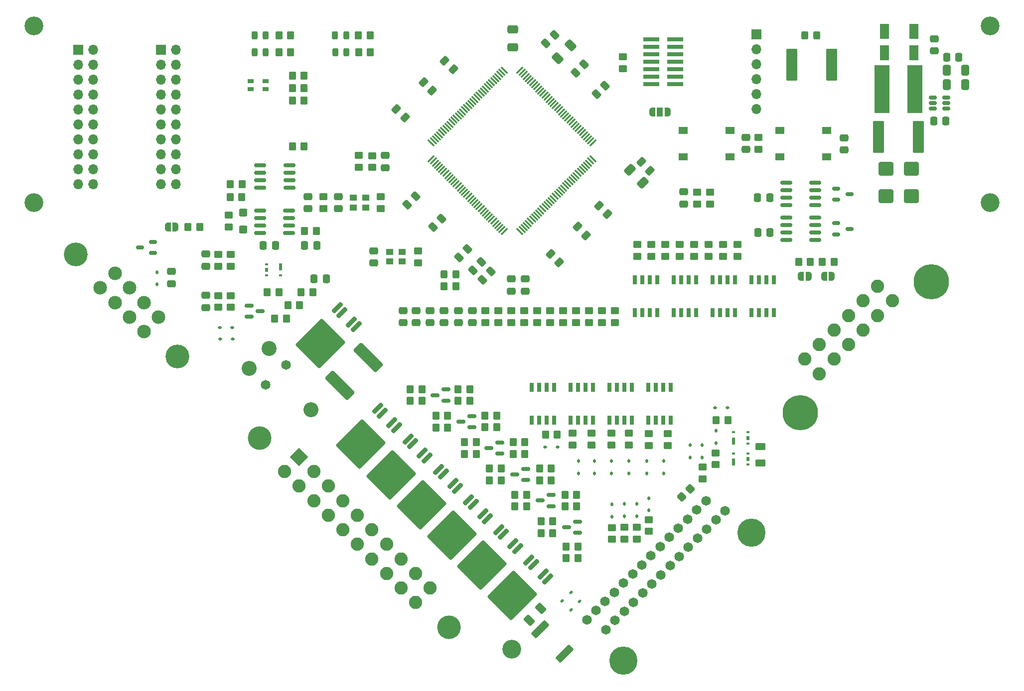
<source format=gbr>
%TF.GenerationSoftware,KiCad,Pcbnew,8.0.3*%
%TF.CreationDate,2025-01-15T13:42:05-05:00*%
%TF.ProjectId,EIM,45494d2e-6b69-4636-9164-5f7063625858,rev?*%
%TF.SameCoordinates,Original*%
%TF.FileFunction,Soldermask,Top*%
%TF.FilePolarity,Negative*%
%FSLAX46Y46*%
G04 Gerber Fmt 4.6, Leading zero omitted, Abs format (unit mm)*
G04 Created by KiCad (PCBNEW 8.0.3) date 2025-01-15 13:42:05*
%MOMM*%
%LPD*%
G01*
G04 APERTURE LIST*
G04 Aperture macros list*
%AMRoundRect*
0 Rectangle with rounded corners*
0 $1 Rounding radius*
0 $2 $3 $4 $5 $6 $7 $8 $9 X,Y pos of 4 corners*
0 Add a 4 corners polygon primitive as box body*
4,1,4,$2,$3,$4,$5,$6,$7,$8,$9,$2,$3,0*
0 Add four circle primitives for the rounded corners*
1,1,$1+$1,$2,$3*
1,1,$1+$1,$4,$5*
1,1,$1+$1,$6,$7*
1,1,$1+$1,$8,$9*
0 Add four rect primitives between the rounded corners*
20,1,$1+$1,$2,$3,$4,$5,0*
20,1,$1+$1,$4,$5,$6,$7,0*
20,1,$1+$1,$6,$7,$8,$9,0*
20,1,$1+$1,$8,$9,$2,$3,0*%
%AMRotRect*
0 Rectangle, with rotation*
0 The origin of the aperture is its center*
0 $1 length*
0 $2 width*
0 $3 Rotation angle, in degrees counterclockwise*
0 Add horizontal line*
21,1,$1,$2,0,0,$3*%
%AMFreePoly0*
4,1,19,0.500000,-0.750000,0.000000,-0.750000,0.000000,-0.744911,-0.071157,-0.744911,-0.207708,-0.704816,-0.327430,-0.627875,-0.420627,-0.520320,-0.479746,-0.390866,-0.500000,-0.250000,-0.500000,0.250000,-0.479746,0.390866,-0.420627,0.520320,-0.327430,0.627875,-0.207708,0.704816,-0.071157,0.744911,0.000000,0.744911,0.000000,0.750000,0.500000,0.750000,0.500000,-0.750000,0.500000,-0.750000,
$1*%
%AMFreePoly1*
4,1,19,0.000000,0.744911,0.071157,0.744911,0.207708,0.704816,0.327430,0.627875,0.420627,0.520320,0.479746,0.390866,0.500000,0.250000,0.500000,-0.250000,0.479746,-0.390866,0.420627,-0.520320,0.327430,-0.627875,0.207708,-0.704816,0.071157,-0.744911,0.000000,-0.744911,0.000000,-0.750000,-0.500000,-0.750000,-0.500000,0.750000,0.000000,0.750000,0.000000,0.744911,0.000000,0.744911,
$1*%
%AMFreePoly2*
4,1,19,0.550000,-0.750000,0.000000,-0.750000,0.000000,-0.744911,-0.071157,-0.744911,-0.207708,-0.704816,-0.327430,-0.627875,-0.420627,-0.520320,-0.479746,-0.390866,-0.500000,-0.250000,-0.500000,0.250000,-0.479746,0.390866,-0.420627,0.520320,-0.327430,0.627875,-0.207708,0.704816,-0.071157,0.744911,0.000000,0.744911,0.000000,0.750000,0.550000,0.750000,0.550000,-0.750000,0.550000,-0.750000,
$1*%
%AMFreePoly3*
4,1,19,0.000000,0.744911,0.071157,0.744911,0.207708,0.704816,0.327430,0.627875,0.420627,0.520320,0.479746,0.390866,0.500000,0.250000,0.500000,-0.250000,0.479746,-0.390866,0.420627,-0.520320,0.327430,-0.627875,0.207708,-0.704816,0.071157,-0.744911,0.000000,-0.744911,0.000000,-0.750000,-0.550000,-0.750000,-0.550000,0.750000,0.000000,0.750000,0.000000,0.744911,0.000000,0.744911,
$1*%
G04 Aperture macros list end*
%ADD10RoundRect,0.250000X0.350000X0.450000X-0.350000X0.450000X-0.350000X-0.450000X0.350000X-0.450000X0*%
%ADD11RoundRect,0.250000X-0.350000X-0.450000X0.350000X-0.450000X0.350000X0.450000X-0.350000X0.450000X0*%
%ADD12R,0.700000X1.550000*%
%ADD13RoundRect,0.200000X0.494975X0.777817X-0.777817X-0.494975X-0.494975X-0.777817X0.777817X0.494975X0*%
%ADD14RoundRect,0.249997X0.212132X3.959802X-3.959802X-0.212132X-0.212132X-3.959802X3.959802X0.212132X0*%
%ADD15R,1.700000X1.700000*%
%ADD16O,1.700000X1.700000*%
%ADD17RoundRect,0.250000X-0.097227X0.574524X-0.574524X0.097227X0.097227X-0.574524X0.574524X-0.097227X0*%
%ADD18RoundRect,0.250000X0.574524X0.097227X0.097227X0.574524X-0.574524X-0.097227X-0.097227X-0.574524X0*%
%ADD19RoundRect,0.250000X-0.475000X0.337500X-0.475000X-0.337500X0.475000X-0.337500X0.475000X0.337500X0*%
%ADD20RoundRect,0.250000X-0.450000X0.350000X-0.450000X-0.350000X0.450000X-0.350000X0.450000X0.350000X0*%
%ADD21RoundRect,0.150000X0.587500X0.150000X-0.587500X0.150000X-0.587500X-0.150000X0.587500X-0.150000X0*%
%ADD22FreePoly0,0.000000*%
%ADD23FreePoly1,0.000000*%
%ADD24RoundRect,0.112500X-0.053033X-0.212132X0.212132X0.053033X0.053033X0.212132X-0.212132X-0.053033X0*%
%ADD25RoundRect,0.250000X0.475000X-0.337500X0.475000X0.337500X-0.475000X0.337500X-0.475000X-0.337500X0*%
%ADD26RoundRect,0.243750X-0.243750X-0.456250X0.243750X-0.456250X0.243750X0.456250X-0.243750X0.456250X0*%
%ADD27R,1.550000X1.300000*%
%ADD28RoundRect,0.250000X-0.450000X0.400000X-0.450000X-0.400000X0.450000X-0.400000X0.450000X0.400000X0*%
%ADD29RoundRect,0.112500X-0.112500X0.187500X-0.112500X-0.187500X0.112500X-0.187500X0.112500X0.187500X0*%
%ADD30C,2.550000*%
%ADD31C,1.650000*%
%ADD32RoundRect,0.250000X-0.337500X-0.475000X0.337500X-0.475000X0.337500X0.475000X-0.337500X0.475000X0*%
%ADD33R,0.500000X0.400000*%
%ADD34R,0.500000X0.750000*%
%ADD35R,0.500000X1.300000*%
%ADD36RoundRect,0.250000X0.450000X-0.350000X0.450000X0.350000X-0.450000X0.350000X-0.450000X-0.350000X0*%
%ADD37RoundRect,0.250000X-0.325000X-0.450000X0.325000X-0.450000X0.325000X0.450000X-0.325000X0.450000X0*%
%ADD38RoundRect,0.112500X0.112500X-0.187500X0.112500X0.187500X-0.112500X0.187500X-0.112500X-0.187500X0*%
%ADD39C,3.200000*%
%ADD40RoundRect,0.250000X0.550000X-1.050000X0.550000X1.050000X-0.550000X1.050000X-0.550000X-1.050000X0*%
%ADD41RoundRect,0.150000X-0.587500X-0.150000X0.587500X-0.150000X0.587500X0.150000X-0.587500X0.150000X0*%
%ADD42RoundRect,0.250000X-0.412500X-0.650000X0.412500X-0.650000X0.412500X0.650000X-0.412500X0.650000X0*%
%ADD43RoundRect,0.250000X-0.625000X0.375000X-0.625000X-0.375000X0.625000X-0.375000X0.625000X0.375000X0*%
%ADD44RoundRect,0.250000X0.070711X-0.565685X0.565685X-0.070711X-0.070711X0.565685X-0.565685X0.070711X0*%
%ADD45RoundRect,0.250000X-1.246276X2.253903X-2.253903X1.246276X1.246276X-2.253903X2.253903X-1.246276X0*%
%ADD46RoundRect,0.250000X0.097227X-0.574524X0.574524X-0.097227X-0.097227X0.574524X-0.574524X0.097227X0*%
%ADD47RoundRect,0.250000X0.176777X-0.707107X0.707107X-0.176777X-0.176777X0.707107X-0.707107X0.176777X0*%
%ADD48RoundRect,0.075000X-0.415425X-0.521491X0.521491X0.415425X0.415425X0.521491X-0.521491X-0.415425X0*%
%ADD49RoundRect,0.075000X0.415425X-0.521491X0.521491X-0.415425X-0.415425X0.521491X-0.521491X0.415425X0*%
%ADD50R,2.790000X0.740000*%
%ADD51RoundRect,0.250000X1.263953X0.751301X0.751301X1.263953X-1.263953X-0.751301X-0.751301X-1.263953X0*%
%ADD52RoundRect,0.250000X-0.574524X-0.097227X-0.097227X-0.574524X0.574524X0.097227X0.097227X0.574524X0*%
%ADD53R,1.300000X1.100000*%
%ADD54RoundRect,0.250000X-1.000000X-0.900000X1.000000X-0.900000X1.000000X0.900000X-1.000000X0.900000X0*%
%ADD55RoundRect,0.150000X0.825000X0.150000X-0.825000X0.150000X-0.825000X-0.150000X0.825000X-0.150000X0*%
%ADD56RoundRect,0.150000X-0.825000X-0.150000X0.825000X-0.150000X0.825000X0.150000X-0.825000X0.150000X0*%
%ADD57RoundRect,0.112500X-0.187500X-0.112500X0.187500X-0.112500X0.187500X0.112500X-0.187500X0.112500X0*%
%ADD58RoundRect,0.150000X0.512500X0.150000X-0.512500X0.150000X-0.512500X-0.150000X0.512500X-0.150000X0*%
%ADD59RoundRect,0.250000X-0.167938X0.751301X-0.751301X0.167938X0.167938X-0.751301X0.751301X-0.167938X0*%
%ADD60R,2.600000X8.200000*%
%ADD61RoundRect,0.250000X0.650000X-0.412500X0.650000X0.412500X-0.650000X0.412500X-0.650000X-0.412500X0*%
%ADD62C,4.000000*%
%ADD63RotRect,2.250000X2.250000X315.000000*%
%ADD64C,2.250000*%
%ADD65RoundRect,0.250000X-0.712500X-2.475000X0.712500X-2.475000X0.712500X2.475000X-0.712500X2.475000X0*%
%ADD66RoundRect,0.150000X-0.512500X-0.150000X0.512500X-0.150000X0.512500X0.150000X-0.512500X0.150000X0*%
%ADD67RoundRect,0.250000X0.751301X0.167938X0.167938X0.751301X-0.751301X-0.167938X-0.167938X-0.751301X0*%
%ADD68C,4.050000*%
%ADD69C,2.310000*%
%ADD70C,4.800000*%
%ADD71RoundRect,0.250000X0.712500X2.475000X-0.712500X2.475000X-0.712500X-2.475000X0.712500X-2.475000X0*%
%ADD72RoundRect,0.250000X0.337500X0.475000X-0.337500X0.475000X-0.337500X-0.475000X0.337500X-0.475000X0*%
%ADD73C,6.000000*%
%ADD74FreePoly2,0.000000*%
%ADD75R,1.000000X1.500000*%
%ADD76FreePoly3,0.000000*%
%ADD77R,1.000000X0.800000*%
G04 APERTURE END LIST*
D10*
%TO.C,R53*%
X120250000Y-153000000D03*
X118250000Y-153000000D03*
%TD*%
D11*
%TO.C,R15*%
X78075000Y-103575000D03*
X80075000Y-103575000D03*
%TD*%
D12*
%TO.C,IC3*%
X129895000Y-135775000D03*
X131165000Y-135775000D03*
X132435000Y-135775000D03*
X133705000Y-135775000D03*
X133705000Y-130225000D03*
X132435000Y-130225000D03*
X131165000Y-130225000D03*
X129895000Y-130225000D03*
%TD*%
D13*
%TO.C,U8*%
X104059261Y-147377350D03*
X103253159Y-146571249D03*
D14*
X97992284Y-150219920D03*
D13*
X101640955Y-144959045D03*
X100834854Y-144152943D03*
%TD*%
D15*
%TO.C,J5*%
X39660000Y-72820000D03*
D16*
X42200000Y-72820000D03*
X39660000Y-75360000D03*
X42200000Y-75360000D03*
X39660000Y-77900000D03*
X42200000Y-77900000D03*
X39660000Y-80440000D03*
X42200000Y-80440000D03*
X39660000Y-82980000D03*
X42200000Y-82980000D03*
X39660000Y-85520000D03*
X42200000Y-85520000D03*
X39660000Y-88060000D03*
X42200000Y-88060000D03*
X39660000Y-90600000D03*
X42200000Y-90600000D03*
X39660000Y-93140000D03*
X42200000Y-93140000D03*
X39660000Y-95680000D03*
X42200000Y-95680000D03*
%TD*%
D12*
%TO.C,IC10*%
X136495000Y-135775000D03*
X137765000Y-135775000D03*
X139035000Y-135775000D03*
X140305000Y-135775000D03*
X140305000Y-130225000D03*
X139035000Y-130225000D03*
X137765000Y-130225000D03*
X136495000Y-130225000D03*
%TD*%
D10*
%TO.C,R27*%
X73750000Y-114000000D03*
X71750000Y-114000000D03*
%TD*%
%TO.C,R38*%
X115525000Y-141525000D03*
X113525000Y-141525000D03*
%TD*%
D17*
%TO.C,C7*%
X105733623Y-106666377D03*
X104266377Y-108133623D03*
%TD*%
D18*
%TO.C,C16*%
X103333623Y-76133623D03*
X101866377Y-74666377D03*
%TD*%
D19*
%TO.C,C38*%
X104200000Y-117125000D03*
X104200000Y-119200000D03*
%TD*%
D10*
%TO.C,R4*%
X75700000Y-73200000D03*
X73700000Y-73200000D03*
%TD*%
D20*
%TO.C,R25*%
X126400000Y-117200000D03*
X126400000Y-119200000D03*
%TD*%
D21*
%TO.C,Q5*%
X115687500Y-145950000D03*
X115687500Y-144050000D03*
X113812499Y-145000000D03*
%TD*%
D19*
%TO.C,C41*%
X97000000Y-117125000D03*
X97000000Y-119200000D03*
%TD*%
D22*
%TO.C,JP2*%
X166350002Y-111300000D03*
D23*
X167650000Y-111300000D03*
%TD*%
D24*
%TO.C,D29*%
X121857538Y-166542462D03*
X123342462Y-165057538D03*
%TD*%
D13*
%TO.C,U9*%
X109159261Y-152527350D03*
X108353159Y-151721249D03*
D14*
X103092284Y-155369920D03*
D13*
X106740955Y-150109045D03*
X105934854Y-149302943D03*
%TD*%
D25*
%TO.C,C27*%
X185100002Y-73000003D03*
X185100002Y-70925003D03*
%TD*%
D26*
%TO.C,D2*%
X83262500Y-70300000D03*
X85137500Y-70300000D03*
%TD*%
D27*
%TO.C,SW2*%
X158845000Y-86525000D03*
X166805000Y-86525000D03*
X158845000Y-91025000D03*
X166805000Y-91025000D03*
%TD*%
D28*
%TO.C,D10*%
X67675000Y-100500000D03*
X67675000Y-103400000D03*
%TD*%
D29*
%TO.C,D25*%
X127300000Y-142750000D03*
X127300000Y-144850000D03*
%TD*%
D30*
%TO.C,K1*%
X79130249Y-134030249D03*
D31*
X74887608Y-126393496D03*
D30*
X72059181Y-123565069D03*
X68665069Y-126959181D03*
D31*
X71493496Y-129787608D03*
%TD*%
D32*
%TO.C,C26*%
X184962502Y-84900003D03*
X187037502Y-84900003D03*
%TD*%
D33*
%TO.C,S3*%
X153400001Y-143350000D03*
D34*
X153400000Y-142400000D03*
D33*
X153400001Y-141450000D03*
X150999999Y-141450000D03*
D35*
X150999999Y-142900000D03*
%TD*%
D36*
%TO.C,R23*%
X133200000Y-140000000D03*
X133200000Y-138000000D03*
%TD*%
D37*
%TO.C,FB2*%
X163062500Y-70375000D03*
X165112500Y-70375000D03*
%TD*%
D20*
%TO.C,R62*%
X149150000Y-105900000D03*
X149150000Y-107900000D03*
%TD*%
%TO.C,R24*%
X124200000Y-117200000D03*
X124200000Y-119200000D03*
%TD*%
D18*
%TO.C,C18*%
X95133623Y-84333623D03*
X93666377Y-82866377D03*
%TD*%
D10*
%TO.C,R42*%
X120000000Y-146000000D03*
X118000000Y-146000000D03*
%TD*%
D38*
%TO.C,D21*%
X145650000Y-142150000D03*
X145650000Y-140050000D03*
%TD*%
D32*
%TO.C,C32*%
X78062500Y-106100000D03*
X80137500Y-106100000D03*
%TD*%
D21*
%TO.C,Q2*%
X102087500Y-132462501D03*
X102087500Y-130562501D03*
X100212499Y-131512501D03*
%TD*%
D26*
%TO.C,D5*%
X69562500Y-73200000D03*
X71437500Y-73200000D03*
%TD*%
D10*
%TO.C,R61*%
X150000000Y-135750000D03*
X148000000Y-135750000D03*
%TD*%
D11*
%TO.C,R19*%
X58250000Y-102900000D03*
X60250000Y-102900000D03*
%TD*%
D13*
%TO.C,U7*%
X98872002Y-142221284D03*
X98065900Y-141415183D03*
D14*
X92805025Y-145063854D03*
D13*
X96453696Y-139802979D03*
X95647595Y-138996877D03*
%TD*%
D20*
%TO.C,R78*%
X146950000Y-97000000D03*
X146950000Y-99000000D03*
%TD*%
D39*
%TO.C,REF\u002A\u002A*%
X194571930Y-68750000D03*
%TD*%
D12*
%TO.C,IC9*%
X123295000Y-135775000D03*
X124565000Y-135775000D03*
X125835000Y-135775000D03*
X127105000Y-135775000D03*
X127105000Y-130225000D03*
X125835000Y-130225000D03*
X124565000Y-130225000D03*
X123295000Y-130225000D03*
%TD*%
D40*
%TO.C,C29*%
X176600002Y-73300003D03*
X176600002Y-69700003D03*
%TD*%
D19*
%TO.C,C46*%
X61300000Y-114562500D03*
X61300000Y-116637500D03*
%TD*%
D20*
%TO.C,R12*%
X91000000Y-97800000D03*
X91000000Y-99800000D03*
%TD*%
D41*
%TO.C,Q1*%
X68624999Y-116300000D03*
X68624999Y-118200000D03*
X70500000Y-117250000D03*
%TD*%
D10*
%TO.C,R46*%
X124312500Y-150450000D03*
X122312500Y-150450000D03*
%TD*%
D20*
%TO.C,R71*%
X141800000Y-105900000D03*
X141800000Y-107900000D03*
%TD*%
D42*
%TO.C,C24*%
X187237502Y-76300003D03*
X190362502Y-76300003D03*
%TD*%
D19*
%TO.C,C37*%
X106600000Y-117125000D03*
X106600000Y-119200000D03*
%TD*%
D33*
%TO.C,S2*%
X153400000Y-139750000D03*
D34*
X153399999Y-138800000D03*
D33*
X153400000Y-137850000D03*
X150999998Y-137850000D03*
D35*
X150999998Y-139300000D03*
%TD*%
D43*
%TO.C,F1*%
X155500000Y-140300001D03*
X155500000Y-143099999D03*
%TD*%
D36*
%TO.C,R73*%
X126800000Y-140000000D03*
X126800000Y-138000000D03*
%TD*%
D10*
%TO.C,R32*%
X98000000Y-132500000D03*
X96000000Y-132500000D03*
%TD*%
%TO.C,R47*%
X124312500Y-148450000D03*
X122312500Y-148450000D03*
%TD*%
D12*
%TO.C,IC7*%
X147400000Y-117500000D03*
X148670000Y-117500000D03*
X149940000Y-117500000D03*
X151210000Y-117500000D03*
X151210000Y-111950000D03*
X149940000Y-111950000D03*
X148670000Y-111950000D03*
X147400000Y-111950000D03*
%TD*%
D44*
%TO.C,R64*%
X142142893Y-148857107D03*
X143557107Y-147442893D03*
%TD*%
D10*
%TO.C,R49*%
X115812500Y-148450000D03*
X113812500Y-148450000D03*
%TD*%
%TO.C,R31*%
X106150000Y-130500000D03*
X104150000Y-130500000D03*
%TD*%
D45*
%TO.C,F2*%
X88895324Y-125104676D03*
X84104676Y-129895324D03*
%TD*%
D13*
%TO.C,U5*%
X86832053Y-119892355D03*
X86025951Y-119086254D03*
D14*
X80765076Y-122734925D03*
D13*
X84413747Y-117474050D03*
X83607646Y-116667948D03*
%TD*%
D46*
%TO.C,C15*%
X119066377Y-71733623D03*
X120533623Y-70266377D03*
%TD*%
D36*
%TO.C,R89*%
X136600000Y-140100000D03*
X136600000Y-138100000D03*
%TD*%
D19*
%TO.C,C45*%
X91775000Y-90750000D03*
X91775000Y-92825000D03*
%TD*%
D25*
%TO.C,C48*%
X113200000Y-113837500D03*
X113200000Y-111762500D03*
%TD*%
D29*
%TO.C,D14*%
X133200000Y-142750000D03*
X133200000Y-144850000D03*
%TD*%
D10*
%TO.C,R50*%
X124500000Y-159250000D03*
X122500000Y-159250000D03*
%TD*%
%TO.C,R20*%
X67425000Y-97875000D03*
X65425000Y-97875000D03*
%TD*%
D36*
%TO.C,R68*%
X134500000Y-156000000D03*
X134500000Y-154000000D03*
%TD*%
D10*
%TO.C,R51*%
X124500000Y-157250000D03*
X122500000Y-157250000D03*
%TD*%
D47*
%TO.C,F5*%
X116210051Y-169789949D03*
X118189949Y-167810051D03*
%TD*%
D10*
%TO.C,R44*%
X111500000Y-146000000D03*
X109500000Y-146000000D03*
%TD*%
D20*
%TO.C,R84*%
X108800000Y-117200000D03*
X108800000Y-119200000D03*
%TD*%
D39*
%TO.C,REF\u002A\u002A*%
X113321930Y-174750000D03*
%TD*%
D36*
%TO.C,R56*%
X130300000Y-156050000D03*
X130300000Y-154050000D03*
%TD*%
D48*
%TO.C,U1*%
X99595220Y-91352342D03*
X99948773Y-91705895D03*
X100302326Y-92059449D03*
X100655880Y-92413002D03*
X101009433Y-92766555D03*
X101362987Y-93120109D03*
X101716540Y-93473662D03*
X102070093Y-93827215D03*
X102423647Y-94180769D03*
X102777200Y-94534322D03*
X103130754Y-94887876D03*
X103484307Y-95241429D03*
X103837860Y-95594982D03*
X104191414Y-95948536D03*
X104544967Y-96302089D03*
X104898520Y-96655643D03*
X105252074Y-97009196D03*
X105605627Y-97362749D03*
X105959181Y-97716303D03*
X106312734Y-98069856D03*
X106666287Y-98423410D03*
X107019841Y-98776963D03*
X107373394Y-99130516D03*
X107726948Y-99484070D03*
X108080501Y-99837623D03*
X108434054Y-100191176D03*
X108787608Y-100544730D03*
X109141161Y-100898283D03*
X109494715Y-101251837D03*
X109848268Y-101605390D03*
X110201821Y-101958943D03*
X110555375Y-102312497D03*
X110908928Y-102666050D03*
X111262481Y-103019604D03*
X111616035Y-103373157D03*
X111969588Y-103726710D03*
D49*
X114674272Y-103726710D03*
X115027825Y-103373157D03*
X115381379Y-103019604D03*
X115734932Y-102666050D03*
X116088485Y-102312497D03*
X116442039Y-101958943D03*
X116795592Y-101605390D03*
X117149145Y-101251837D03*
X117502699Y-100898283D03*
X117856252Y-100544730D03*
X118209806Y-100191176D03*
X118563359Y-99837623D03*
X118916912Y-99484070D03*
X119270466Y-99130516D03*
X119624019Y-98776963D03*
X119977573Y-98423410D03*
X120331126Y-98069856D03*
X120684679Y-97716303D03*
X121038233Y-97362749D03*
X121391786Y-97009196D03*
X121745340Y-96655643D03*
X122098893Y-96302089D03*
X122452446Y-95948536D03*
X122806000Y-95594982D03*
X123159553Y-95241429D03*
X123513106Y-94887876D03*
X123866660Y-94534322D03*
X124220213Y-94180769D03*
X124573767Y-93827215D03*
X124927320Y-93473662D03*
X125280873Y-93120109D03*
X125634427Y-92766555D03*
X125987980Y-92413002D03*
X126341534Y-92059449D03*
X126695087Y-91705895D03*
X127048640Y-91352342D03*
D48*
X127048640Y-88647658D03*
X126695087Y-88294105D03*
X126341534Y-87940551D03*
X125987980Y-87586998D03*
X125634427Y-87233445D03*
X125280873Y-86879891D03*
X124927320Y-86526338D03*
X124573767Y-86172785D03*
X124220213Y-85819231D03*
X123866660Y-85465678D03*
X123513106Y-85112124D03*
X123159553Y-84758571D03*
X122806000Y-84405018D03*
X122452446Y-84051464D03*
X122098893Y-83697911D03*
X121745340Y-83344357D03*
X121391786Y-82990804D03*
X121038233Y-82637251D03*
X120684679Y-82283697D03*
X120331126Y-81930144D03*
X119977573Y-81576590D03*
X119624019Y-81223037D03*
X119270466Y-80869484D03*
X118916912Y-80515930D03*
X118563359Y-80162377D03*
X118209806Y-79808824D03*
X117856252Y-79455270D03*
X117502699Y-79101717D03*
X117149145Y-78748163D03*
X116795592Y-78394610D03*
X116442039Y-78041057D03*
X116088485Y-77687503D03*
X115734932Y-77333950D03*
X115381379Y-76980396D03*
X115027825Y-76626843D03*
X114674272Y-76273290D03*
D49*
X111969588Y-76273290D03*
X111616035Y-76626843D03*
X111262481Y-76980396D03*
X110908928Y-77333950D03*
X110555375Y-77687503D03*
X110201821Y-78041057D03*
X109848268Y-78394610D03*
X109494715Y-78748163D03*
X109141161Y-79101717D03*
X108787608Y-79455270D03*
X108434054Y-79808824D03*
X108080501Y-80162377D03*
X107726948Y-80515930D03*
X107373394Y-80869484D03*
X107019841Y-81223037D03*
X106666287Y-81576590D03*
X106312734Y-81930144D03*
X105959181Y-82283697D03*
X105605627Y-82637251D03*
X105252074Y-82990804D03*
X104898520Y-83344357D03*
X104544967Y-83697911D03*
X104191414Y-84051464D03*
X103837860Y-84405018D03*
X103484307Y-84758571D03*
X103130754Y-85112124D03*
X102777200Y-85465678D03*
X102423647Y-85819231D03*
X102070093Y-86172785D03*
X101716540Y-86526338D03*
X101362987Y-86879891D03*
X101009433Y-87233445D03*
X100655880Y-87586998D03*
X100302326Y-87940551D03*
X99948773Y-88294105D03*
X99595220Y-88647658D03*
%TD*%
D29*
%TO.C,D11*%
X53025000Y-110600000D03*
X53025000Y-112700000D03*
%TD*%
D20*
%TO.C,R70*%
X139400000Y-105900000D03*
X139400000Y-107900000D03*
%TD*%
D50*
%TO.C,J7*%
X137017500Y-71040000D03*
X141087500Y-71040000D03*
X137017500Y-72310000D03*
X141087500Y-72310000D03*
X137017500Y-73580000D03*
X141087500Y-73580000D03*
X137017500Y-74850000D03*
X141087500Y-74850000D03*
X137017500Y-76120000D03*
X141087500Y-76120000D03*
X137017500Y-77390000D03*
X141087500Y-77390000D03*
X137017500Y-78660000D03*
X141087500Y-78660000D03*
%TD*%
D36*
%TO.C,R72*%
X123600000Y-140000000D03*
X123600000Y-138000000D03*
%TD*%
D51*
%TO.C,R82*%
X122294804Y-175494804D03*
X118105196Y-171305196D03*
%TD*%
D25*
%TO.C,C47*%
X115600000Y-113837500D03*
X115600000Y-111762500D03*
%TD*%
D29*
%TO.C,D24*%
X124600000Y-142750000D03*
X124600000Y-144850000D03*
%TD*%
D11*
%TO.C,R6*%
X76000000Y-79300000D03*
X78000000Y-79300000D03*
%TD*%
D10*
%TO.C,R40*%
X107275000Y-141525000D03*
X105275000Y-141525000D03*
%TD*%
D52*
%TO.C,C12*%
X135291377Y-91866377D03*
X136758623Y-93333623D03*
%TD*%
D10*
%TO.C,R52*%
X120250000Y-155000000D03*
X118250000Y-155000000D03*
%TD*%
D39*
%TO.C,REF\u002A\u002A*%
X32071930Y-98750000D03*
%TD*%
D10*
%TO.C,R37*%
X102374999Y-135050000D03*
X100374999Y-135050000D03*
%TD*%
%TO.C,R34*%
X110750000Y-137000000D03*
X108750000Y-137000000D03*
%TD*%
D19*
%TO.C,C19*%
X83800000Y-97762500D03*
X83800000Y-99837500D03*
%TD*%
%TO.C,C39*%
X101800000Y-117125000D03*
X101800000Y-119200000D03*
%TD*%
D53*
%TO.C,X1*%
X92550000Y-108800000D03*
X94650000Y-108800000D03*
X94650000Y-107150000D03*
X92550000Y-107150000D03*
%TD*%
D26*
%TO.C,D4*%
X83325000Y-73200000D03*
X85200000Y-73200000D03*
%TD*%
D10*
%TO.C,R14*%
X164025001Y-108875000D03*
X162025001Y-108875000D03*
%TD*%
D39*
%TO.C,REF\u002A\u002A*%
X194571930Y-98750000D03*
%TD*%
D20*
%TO.C,R11*%
X97400000Y-107000000D03*
X97400000Y-109000000D03*
%TD*%
D54*
%TO.C,D6*%
X176900000Y-97700000D03*
X181200000Y-97700000D03*
%TD*%
D12*
%TO.C,IC5*%
X134200000Y-117500000D03*
X135470000Y-117500000D03*
X136740000Y-117500000D03*
X138010000Y-117500000D03*
X138010000Y-111950000D03*
X136740000Y-111950000D03*
X135470000Y-111950000D03*
X134200000Y-111950000D03*
%TD*%
D37*
%TO.C,FB1*%
X101775001Y-111000000D03*
X103824999Y-111000000D03*
%TD*%
D55*
%TO.C,IC2*%
X75500000Y-96220000D03*
X75500000Y-94950000D03*
X75500000Y-93680000D03*
X75500000Y-92410000D03*
X70550000Y-92410000D03*
X70550000Y-93680000D03*
X70550000Y-94950000D03*
X70550000Y-96220000D03*
%TD*%
D56*
%TO.C,U4*%
X159925000Y-101345000D03*
X159925000Y-102615000D03*
X159925000Y-103885000D03*
X159925000Y-105155000D03*
X164875000Y-105155000D03*
X164875000Y-103885000D03*
X164875000Y-102615000D03*
X164875000Y-101345000D03*
%TD*%
D20*
%TO.C,R74*%
X119800000Y-117200000D03*
X119800000Y-119200000D03*
%TD*%
D57*
%TO.C,D26*%
X63700000Y-120000000D03*
X65800000Y-120000000D03*
%TD*%
D36*
%TO.C,R83*%
X111000000Y-119200000D03*
X111000000Y-117200000D03*
%TD*%
D58*
%TO.C,D12*%
X52362500Y-107337499D03*
X52362500Y-105437501D03*
X50087500Y-106387500D03*
%TD*%
D24*
%TO.C,D27*%
X123315076Y-168084924D03*
X124800000Y-166600000D03*
%TD*%
D36*
%TO.C,R65*%
X145700000Y-145750000D03*
X145700000Y-143750000D03*
%TD*%
%TO.C,R85*%
X65500000Y-116600000D03*
X65500000Y-114600000D03*
%TD*%
D40*
%TO.C,C28*%
X181600002Y-73300003D03*
X181600002Y-69700003D03*
%TD*%
D10*
%TO.C,R13*%
X168025001Y-108875000D03*
X166025001Y-108875000D03*
%TD*%
D15*
%TO.C,J6*%
X53660000Y-72760000D03*
D16*
X56200000Y-72760000D03*
X53660000Y-75300000D03*
X56200000Y-75300000D03*
X53660000Y-77840000D03*
X56200000Y-77840000D03*
X53660000Y-80380000D03*
X56200000Y-80380000D03*
X53660000Y-82920000D03*
X56200000Y-82920000D03*
X53660000Y-85460000D03*
X56200000Y-85460000D03*
X53660000Y-88000000D03*
X56200000Y-88000000D03*
X53660000Y-90540000D03*
X56200000Y-90540000D03*
X53660000Y-93080000D03*
X56200000Y-93080000D03*
X53660000Y-95620000D03*
X56200000Y-95620000D03*
%TD*%
D46*
%TO.C,C14*%
X124082754Y-76675000D03*
X125550000Y-75207754D03*
%TD*%
D38*
%TO.C,D16*%
X130300000Y-152200000D03*
X130300000Y-150100000D03*
%TD*%
D36*
%TO.C,R79*%
X144750000Y-99000000D03*
X144750000Y-97000000D03*
%TD*%
D57*
%TO.C,D19*%
X147850000Y-133650000D03*
X149950000Y-133650000D03*
%TD*%
%TO.C,D15*%
X118950000Y-140400000D03*
X121050000Y-140400000D03*
%TD*%
D12*
%TO.C,IC4*%
X116695000Y-135775000D03*
X117965000Y-135775000D03*
X119235000Y-135775000D03*
X120505000Y-135775000D03*
X120505000Y-130225000D03*
X119235000Y-130225000D03*
X117965000Y-130225000D03*
X116695000Y-130225000D03*
%TD*%
D13*
%TO.C,U6*%
X93715327Y-137014609D03*
X92909225Y-136208508D03*
D14*
X87648350Y-139857179D03*
D13*
X91297021Y-134596304D03*
X90490920Y-133790202D03*
%TD*%
D29*
%TO.C,D13*%
X130200000Y-142750000D03*
X130200000Y-144850000D03*
%TD*%
D17*
%TO.C,C5*%
X96933623Y-97666377D03*
X95466377Y-99133623D03*
%TD*%
D36*
%TO.C,R80*%
X87325000Y-92775000D03*
X87325000Y-90775000D03*
%TD*%
%TO.C,R87*%
X63400000Y-116600000D03*
X63400000Y-114600000D03*
%TD*%
D19*
%TO.C,C8*%
X89800000Y-106962500D03*
X89800000Y-109037500D03*
%TD*%
D10*
%TO.C,R30*%
X106150000Y-132500000D03*
X104150000Y-132500000D03*
%TD*%
%TO.C,R9*%
X103800000Y-113000000D03*
X101800000Y-113000000D03*
%TD*%
%TO.C,R3*%
X89262500Y-73200000D03*
X87262500Y-73200000D03*
%TD*%
D36*
%TO.C,R90*%
X139800000Y-140100000D03*
X139800000Y-138100000D03*
%TD*%
D59*
%TO.C,C4*%
X123279854Y-72045146D03*
X121070146Y-74254854D03*
%TD*%
D20*
%TO.C,R8*%
X155150000Y-87687500D03*
X155150000Y-89687500D03*
%TD*%
D11*
%TO.C,R26*%
X77500000Y-114000000D03*
X79500000Y-114000000D03*
%TD*%
D57*
%TO.C,D28*%
X63750000Y-122000000D03*
X65850000Y-122000000D03*
%TD*%
D15*
%TO.C,J8*%
X154850000Y-70135000D03*
D16*
X154850000Y-72675000D03*
X154850000Y-75215000D03*
X154850000Y-77755000D03*
X154850000Y-80295000D03*
X154850000Y-82835000D03*
%TD*%
D32*
%TO.C,C33*%
X71062500Y-106050000D03*
X73137500Y-106050000D03*
%TD*%
D20*
%TO.C,R66*%
X144250000Y-105900000D03*
X144250000Y-107900000D03*
%TD*%
D53*
%TO.C,X2*%
X86350000Y-99625000D03*
X88450000Y-99625000D03*
X88450000Y-97975000D03*
X86350000Y-97975000D03*
%TD*%
D21*
%TO.C,Q6*%
X120000000Y-150400000D03*
X120000000Y-148500000D03*
X118124999Y-149450000D03*
%TD*%
D60*
%TO.C,L1*%
X181800001Y-79500003D03*
X176200001Y-79500003D03*
%TD*%
D55*
%TO.C,IC1*%
X75475000Y-103990000D03*
X75475000Y-102720000D03*
X75475000Y-101450000D03*
X75475000Y-100180000D03*
X70525000Y-100180000D03*
X70525000Y-101450000D03*
X70525000Y-102720000D03*
X70525000Y-103990000D03*
%TD*%
D10*
%TO.C,R17*%
X78000000Y-89250000D03*
X76000000Y-89250000D03*
%TD*%
%TO.C,R33*%
X98000000Y-130500000D03*
X96000000Y-130500000D03*
%TD*%
D61*
%TO.C,C20*%
X113475000Y-72412500D03*
X113475000Y-69287500D03*
%TD*%
D46*
%TO.C,C13*%
X127666377Y-80333623D03*
X129133623Y-78866377D03*
%TD*%
D36*
%TO.C,R57*%
X132400000Y-156000000D03*
X132400000Y-154000000D03*
%TD*%
%TO.C,R86*%
X115400000Y-119200000D03*
X115400000Y-117200000D03*
%TD*%
%TO.C,R76*%
X63400000Y-109600000D03*
X63400000Y-107600000D03*
%TD*%
D19*
%TO.C,C2*%
X169775000Y-87762500D03*
X169775000Y-89837500D03*
%TD*%
D62*
%TO.C,J4*%
X70463033Y-138835539D03*
X102636391Y-171008898D03*
D63*
X77152263Y-142045804D03*
D64*
X79627137Y-144520678D03*
X82102010Y-146995551D03*
X84576884Y-149470425D03*
X87051758Y-151945299D03*
X89526632Y-154420173D03*
X92001505Y-156895046D03*
X94476379Y-159369920D03*
X96951253Y-161844794D03*
X99426127Y-164319668D03*
X74677389Y-144520678D03*
X77152263Y-146995551D03*
X79627137Y-149470425D03*
X82102010Y-151945299D03*
X84576884Y-154420173D03*
X87051758Y-156895046D03*
X89526632Y-159369920D03*
X92001505Y-161844794D03*
X94476379Y-164319668D03*
X96951253Y-166794541D03*
%TD*%
D46*
%TO.C,C22*%
X108266377Y-111933623D03*
X109733623Y-110466377D03*
%TD*%
D18*
%TO.C,C17*%
X99733623Y-79733623D03*
X98266377Y-78266377D03*
%TD*%
D29*
%TO.C,D31*%
X139100000Y-142750000D03*
X139100000Y-144850000D03*
%TD*%
D10*
%TO.C,R54*%
X121000000Y-138200000D03*
X119000000Y-138200000D03*
%TD*%
D19*
%TO.C,C43*%
X61300000Y-107525000D03*
X61300000Y-109600000D03*
%TD*%
D10*
%TO.C,R43*%
X120000000Y-144000000D03*
X118000000Y-144000000D03*
%TD*%
D12*
%TO.C,IC6*%
X154000000Y-117500000D03*
X155270000Y-117500000D03*
X156540000Y-117500000D03*
X157810000Y-117500000D03*
X157810000Y-111950000D03*
X156540000Y-111950000D03*
X155270000Y-111950000D03*
X154000000Y-111950000D03*
%TD*%
D10*
%TO.C,R2*%
X75700000Y-70300000D03*
X73700000Y-70300000D03*
%TD*%
D52*
%TO.C,C9*%
X119866377Y-107466377D03*
X121333623Y-108933623D03*
%TD*%
D11*
%TO.C,R28*%
X73000000Y-118500000D03*
X75000000Y-118500000D03*
%TD*%
D20*
%TO.C,R81*%
X89550000Y-90787500D03*
X89550000Y-92787500D03*
%TD*%
D11*
%TO.C,R7*%
X76000000Y-81400000D03*
X78000000Y-81400000D03*
%TD*%
%TO.C,R29*%
X75250000Y-116250000D03*
X77250000Y-116250000D03*
%TD*%
D20*
%TO.C,R75*%
X122000000Y-117200000D03*
X122000000Y-119200000D03*
%TD*%
D12*
%TO.C,IC8*%
X140800000Y-117500000D03*
X142070000Y-117500000D03*
X143340000Y-117500000D03*
X144610000Y-117500000D03*
X144610000Y-111950000D03*
X143340000Y-111950000D03*
X142070000Y-111950000D03*
X140800000Y-111950000D03*
%TD*%
D65*
%TO.C,F3*%
X175612500Y-87600000D03*
X182387500Y-87600000D03*
%TD*%
D52*
%TO.C,C10*%
X124466377Y-102866377D03*
X125933623Y-104333623D03*
%TD*%
D36*
%TO.C,R69*%
X136600000Y-154700000D03*
X136600000Y-152700000D03*
%TD*%
D21*
%TO.C,Q4*%
X111275000Y-141475000D03*
X111275000Y-139575000D03*
X109399999Y-140525000D03*
%TD*%
D36*
%TO.C,R88*%
X113200000Y-119200000D03*
X113200000Y-117200000D03*
%TD*%
D66*
%TO.C,D8*%
X168437500Y-96375001D03*
X168437500Y-98274999D03*
X170712500Y-97325000D03*
%TD*%
D67*
%TO.C,C3*%
X135529854Y-95379854D03*
X133320146Y-93170146D03*
%TD*%
D20*
%TO.C,R91*%
X128600000Y-117200000D03*
X128600000Y-119200000D03*
%TD*%
D32*
%TO.C,C36*%
X79675000Y-111750000D03*
X81750000Y-111750000D03*
%TD*%
%TO.C,C31*%
X155087500Y-103875000D03*
X157162500Y-103875000D03*
%TD*%
D19*
%TO.C,C40*%
X99400000Y-117125000D03*
X99400000Y-119200000D03*
%TD*%
D17*
%TO.C,C6*%
X101333623Y-101466377D03*
X99866377Y-102933623D03*
%TD*%
D19*
%TO.C,C42*%
X94800000Y-117125000D03*
X94800000Y-119200000D03*
%TD*%
D10*
%TO.C,R45*%
X111500000Y-144000000D03*
X109500000Y-144000000D03*
%TD*%
D38*
%TO.C,D17*%
X132400000Y-152150000D03*
X132400000Y-150050000D03*
%TD*%
D29*
%TO.C,D30*%
X136200000Y-142750000D03*
X136200000Y-144850000D03*
%TD*%
D10*
%TO.C,R1*%
X89225000Y-70300000D03*
X87225000Y-70300000D03*
%TD*%
D68*
%TO.C,J3*%
X39173737Y-107615167D03*
X56497853Y-124939283D03*
D69*
X45862967Y-110825432D03*
X48337841Y-113300306D03*
X50812714Y-115775179D03*
X53287588Y-118250053D03*
X43388093Y-113300306D03*
X45862967Y-115775179D03*
X48337841Y-118250053D03*
X50812714Y-120724927D03*
%TD*%
D20*
%TO.C,R77*%
X65500000Y-107600000D03*
X65500000Y-109600000D03*
%TD*%
D38*
%TO.C,D20*%
X143600000Y-142150000D03*
X143600000Y-140050000D03*
%TD*%
D13*
%TO.C,U10*%
X114268306Y-157618305D03*
X113462204Y-156812204D03*
D14*
X108201329Y-160460875D03*
D13*
X111850000Y-155200000D03*
X111043899Y-154393898D03*
%TD*%
D10*
%TO.C,R21*%
X67450000Y-95625000D03*
X65450000Y-95625000D03*
%TD*%
D19*
%TO.C,C34*%
X55450000Y-110512500D03*
X55450000Y-112587500D03*
%TD*%
D52*
%TO.C,C11*%
X128066377Y-99266377D03*
X129533623Y-100733623D03*
%TD*%
D21*
%TO.C,Q3*%
X106500000Y-137000000D03*
X106500000Y-135100000D03*
X104624999Y-136050000D03*
%TD*%
D36*
%TO.C,R16*%
X65150000Y-102925000D03*
X65150000Y-100925000D03*
%TD*%
D38*
%TO.C,D18*%
X148000000Y-139650000D03*
X148000000Y-137550000D03*
%TD*%
D11*
%TO.C,R5*%
X76000000Y-77200000D03*
X78000000Y-77200000D03*
%TD*%
D19*
%TO.C,C35*%
X78650000Y-97762500D03*
X78650000Y-99837500D03*
%TD*%
D20*
%TO.C,R59*%
X137000000Y-105900000D03*
X137000000Y-107900000D03*
%TD*%
D27*
%TO.C,SW1*%
X142440000Y-86525000D03*
X150400000Y-86525000D03*
X142440000Y-91025000D03*
X150400000Y-91025000D03*
%TD*%
D36*
%TO.C,R22*%
X130200000Y-140000000D03*
X130200000Y-138000000D03*
%TD*%
D20*
%TO.C,R58*%
X134600000Y-105900000D03*
X134600000Y-107900000D03*
%TD*%
D36*
%TO.C,R60*%
X147950000Y-143350000D03*
X147950000Y-141350000D03*
%TD*%
D38*
%TO.C,D22*%
X134500000Y-152150000D03*
X134500000Y-150050000D03*
%TD*%
D31*
%TO.C,J1*%
X146261359Y-149493993D03*
X144705724Y-151049628D03*
X143150089Y-152605263D03*
X141594454Y-154160898D03*
X140038819Y-155716533D03*
X138483184Y-157272168D03*
X136927549Y-158827803D03*
X135371915Y-160383437D03*
X133816280Y-161939072D03*
X132260645Y-163494707D03*
X130705010Y-165050342D03*
X129149375Y-166605977D03*
X127593740Y-168161612D03*
X126038105Y-169717247D03*
X149514050Y-151191049D03*
X147958415Y-152746684D03*
X146402780Y-154302319D03*
X144847145Y-155857954D03*
X143291511Y-157413589D03*
X141735876Y-158969224D03*
X140180241Y-160524859D03*
X138624606Y-162080494D03*
X137068971Y-163636129D03*
X135513336Y-165191764D03*
X133957701Y-166747398D03*
X132402066Y-168303033D03*
X130846431Y-169858668D03*
X129290796Y-171414303D03*
D70*
X132260645Y-176646893D03*
X153968823Y-154938715D03*
%TD*%
D33*
%TO.C,S1*%
X71600000Y-109250000D03*
D34*
X71600000Y-110200000D03*
D33*
X71600000Y-111150000D03*
X74000000Y-111150000D03*
D35*
X74000000Y-109700000D03*
%TD*%
D54*
%TO.C,D7*%
X176899998Y-93000000D03*
X181200000Y-93000000D03*
%TD*%
D22*
%TO.C,JP4*%
X54850001Y-102950000D03*
D23*
X56149999Y-102950000D03*
%TD*%
D10*
%TO.C,R41*%
X107275000Y-139525000D03*
X105275000Y-139525000D03*
%TD*%
D39*
%TO.C,REF\u002A\u002A*%
X32071930Y-68750000D03*
%TD*%
D26*
%TO.C,D3*%
X69562500Y-70300000D03*
X71437500Y-70300000D03*
%TD*%
D10*
%TO.C,R39*%
X115525000Y-139525000D03*
X113525000Y-139525000D03*
%TD*%
D13*
%TO.C,U11*%
X119418306Y-162768305D03*
X118612204Y-161962204D03*
D14*
X113351329Y-165610875D03*
D13*
X117000000Y-160350000D03*
X116193899Y-159543898D03*
%TD*%
D10*
%TO.C,R36*%
X102374999Y-137050000D03*
X100374999Y-137050000D03*
%TD*%
D25*
%TO.C,C44*%
X142525000Y-99037500D03*
X142525000Y-96962500D03*
%TD*%
D20*
%TO.C,R63*%
X151600000Y-105900000D03*
X151600000Y-107900000D03*
%TD*%
D38*
%TO.C,D23*%
X136600000Y-151150000D03*
X136600000Y-149050000D03*
%TD*%
D19*
%TO.C,C1*%
X153075000Y-87687500D03*
X153075000Y-89762500D03*
%TD*%
D42*
%TO.C,C23*%
X187237502Y-78700003D03*
X190362502Y-78700003D03*
%TD*%
D20*
%TO.C,R10*%
X132175000Y-73975000D03*
X132175000Y-75975000D03*
%TD*%
D58*
%TO.C,U2*%
X187075002Y-82800000D03*
X187075002Y-81850001D03*
X187075002Y-80900002D03*
X184800002Y-80900002D03*
X184800002Y-81850001D03*
X184800002Y-82800000D03*
%TD*%
D20*
%TO.C,R67*%
X146700000Y-105900000D03*
X146700000Y-107900000D03*
%TD*%
%TO.C,R18*%
X81250000Y-97800000D03*
X81250000Y-99800000D03*
%TD*%
D22*
%TO.C,JP3*%
X162425003Y-111300000D03*
D23*
X163725001Y-111300000D03*
%TD*%
D71*
%TO.C,F4*%
X167675000Y-75375000D03*
X160900000Y-75375000D03*
%TD*%
D56*
%TO.C,U3*%
X159925000Y-95420000D03*
X159925000Y-96690000D03*
X159925000Y-97960000D03*
X159925000Y-99230000D03*
X164875000Y-99230000D03*
X164875000Y-97960000D03*
X164875000Y-96690000D03*
X164875000Y-95420000D03*
%TD*%
D72*
%TO.C,C25*%
X189237502Y-74100003D03*
X187162502Y-74100003D03*
%TD*%
D21*
%TO.C,Q7*%
X124437500Y-154950000D03*
X124437500Y-153050000D03*
X122562499Y-154000000D03*
%TD*%
D64*
%TO.C,J2*%
X163075884Y-125402186D03*
X165550758Y-122927312D03*
X168025631Y-120452438D03*
X170500505Y-117977565D03*
X172975379Y-115502691D03*
X175450253Y-113027817D03*
X165550758Y-127877060D03*
X168025631Y-125402186D03*
X170500505Y-122927312D03*
X172975379Y-120452438D03*
X175450253Y-117977565D03*
X177925126Y-115502691D03*
D73*
X184571930Y-112250000D03*
X162298066Y-134523863D03*
%TD*%
D10*
%TO.C,R48*%
X115812500Y-150450000D03*
X113812500Y-150450000D03*
%TD*%
D32*
%TO.C,C30*%
X155050000Y-97950000D03*
X157125000Y-97950000D03*
%TD*%
D46*
%TO.C,C21*%
X106666377Y-110333623D03*
X108133623Y-108866377D03*
%TD*%
D66*
%TO.C,D9*%
X168437500Y-102287501D03*
X168437500Y-104187499D03*
X170712500Y-103237500D03*
%TD*%
D10*
%TO.C,R35*%
X110750000Y-135000000D03*
X108750000Y-135000000D03*
%TD*%
D74*
%TO.C,JP1*%
X137150000Y-83350000D03*
D75*
X138450000Y-83350000D03*
D76*
X139750000Y-83350000D03*
%TD*%
D20*
%TO.C,R92*%
X130800000Y-117200000D03*
X130800000Y-119200000D03*
%TD*%
%TO.C,R55*%
X117600000Y-117200000D03*
X117600000Y-119200000D03*
%TD*%
D77*
%TO.C,D1*%
X68950000Y-78100000D03*
X68950000Y-79500000D03*
X71450000Y-79500000D03*
X71450000Y-78100000D03*
%TD*%
M02*

</source>
